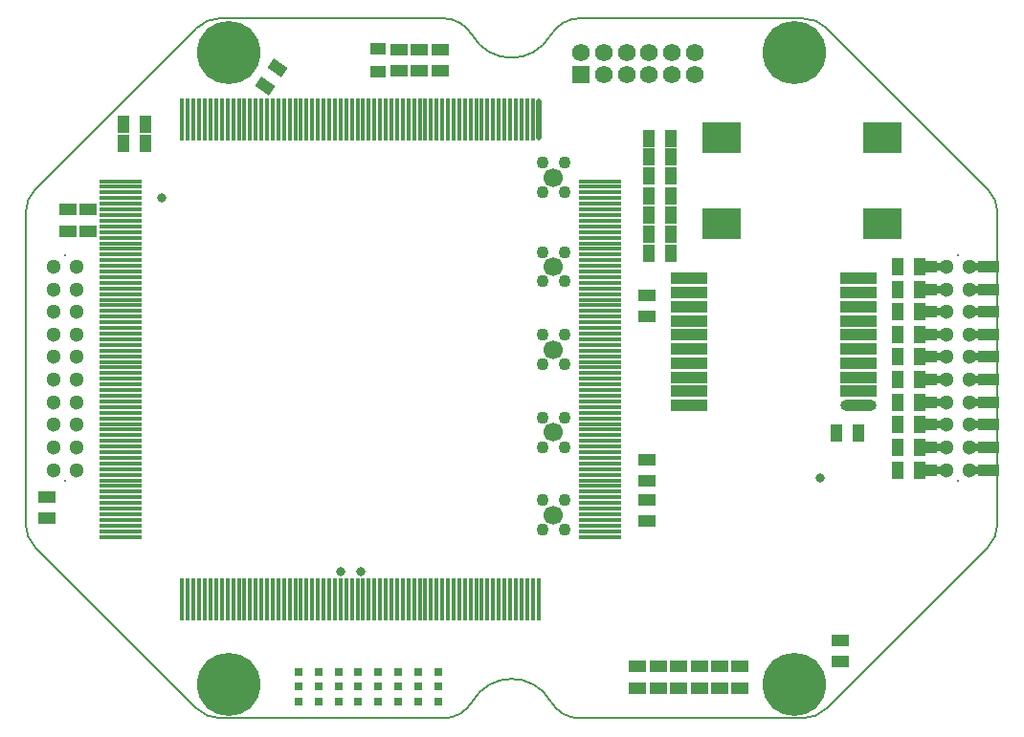
<source format=gts>
G04*
G04 #@! TF.GenerationSoftware,Altium Limited,Altium Designer,22.1.2 (22)*
G04*
G04 Layer_Color=8388736*
%FSAX42Y42*%
%MOMM*%
G71*
G04*
G04 #@! TF.SameCoordinates,E4C0A244-69B5-4938-BB08-EE03E06FC36A*
G04*
G04*
G04 #@! TF.FilePolarity,Negative*
G04*
G01*
G75*
%ADD14C,0.20*%
G04:AMPARAMS|DCode=18|XSize=1mm|YSize=1.5mm|CornerRadius=0mm|HoleSize=0mm|Usage=FLASHONLY|Rotation=235.000|XOffset=0mm|YOffset=0mm|HoleType=Round|Shape=Rectangle|*
%AMROTATEDRECTD18*
4,1,4,-0.33,0.84,0.90,-0.02,0.33,-0.84,-0.90,0.02,-0.33,0.84,0.0*
%
%ADD18ROTATEDRECTD18*%

%ADD19R,3.70X0.45*%
%ADD20R,0.45X3.70*%
%ADD21O,0.45X3.70*%
%ADD22R,1.47X1.09*%
%ADD23R,1.50X1.00*%
%ADD24R,1.00X1.50*%
%ADD25R,1.83X1.02*%
%ADD26R,1.70X0.70*%
%ADD27R,3.40X2.80*%
%ADD28R,3.20X1.00*%
%ADD29O,3.20X1.00*%
%ADD30R,0.80X0.70*%
%ADD31C,1.30*%
%ADD32C,0.20*%
%ADD33C,1.70*%
%ADD34C,1.10*%
%ADD35C,1.57*%
%ADD36R,1.57X1.57*%
%ADD37C,0.80*%
%ADD38C,5.60*%
D14*
X004036Y006060D02*
G03*
X004729Y006060I000346J000200D01*
G01*
Y000160D02*
G03*
X004036Y000160I-000346J-000200D01*
G01*
X008595Y001522D02*
G03*
X008683Y001734I-000212J000212D01*
G01*
Y004486D02*
G03*
X008595Y004698I-000300J-000000D01*
G01*
X007171Y006122D02*
G03*
X006959Y006210I-000212J-000212D01*
G01*
Y000010D02*
G03*
X007171Y000098I-000000J000300D01*
G01*
X004989Y006210D02*
G03*
X004729Y006060I000000J-000300D01*
G01*
Y000160D02*
G03*
X004989Y000010I000260J000150D01*
G01*
X004036Y006060D02*
G03*
X003777Y006210I-000260J-000150D01*
G01*
Y000010D02*
G03*
X004036Y000160I000000J000300D01*
G01*
X001807Y006210D02*
G03*
X001595Y006122I000000J-000300D01*
G01*
Y000098D02*
G03*
X001807Y000010I000212J000212D01*
G01*
X000083Y001734D02*
G03*
X000171Y001522I000300J000000D01*
G01*
Y004698D02*
G03*
X000083Y004486I000212J-000212D01*
G01*
X000171Y001522D02*
X001595Y000098D01*
X000171Y004698D02*
X001595Y006122D01*
X007171Y000098D02*
X008595Y001522D01*
X007171Y006122D02*
X008595Y004698D01*
X004989Y006210D02*
X006959D01*
X004989Y000010D02*
X006959D01*
X001807Y006210D02*
X003777D01*
X001807Y000010D02*
X003777D01*
X008683Y001734D02*
Y004486D01*
X000083Y001734D02*
Y004486D01*
D18*
X002201Y005614D02*
D03*
X002310Y005770D02*
D03*
D19*
X005170Y004767D02*
D03*
Y004717D02*
D03*
Y004667D02*
D03*
Y004617D02*
D03*
Y004567D02*
D03*
Y004517D02*
D03*
Y004467D02*
D03*
Y004417D02*
D03*
Y004367D02*
D03*
Y004317D02*
D03*
Y004267D02*
D03*
Y004217D02*
D03*
Y004167D02*
D03*
Y004117D02*
D03*
Y004067D02*
D03*
Y004017D02*
D03*
Y003967D02*
D03*
Y003917D02*
D03*
Y003867D02*
D03*
Y003817D02*
D03*
Y003767D02*
D03*
Y003717D02*
D03*
Y003667D02*
D03*
Y003617D02*
D03*
Y003567D02*
D03*
Y003517D02*
D03*
Y003467D02*
D03*
Y003417D02*
D03*
Y003367D02*
D03*
Y003317D02*
D03*
Y003267D02*
D03*
Y003217D02*
D03*
Y003167D02*
D03*
Y003117D02*
D03*
Y003067D02*
D03*
Y003017D02*
D03*
Y002967D02*
D03*
Y002917D02*
D03*
Y002867D02*
D03*
Y002817D02*
D03*
Y002767D02*
D03*
Y002717D02*
D03*
Y002667D02*
D03*
Y002617D02*
D03*
Y002567D02*
D03*
Y002517D02*
D03*
Y002467D02*
D03*
Y002417D02*
D03*
Y002367D02*
D03*
Y002317D02*
D03*
Y002267D02*
D03*
Y002217D02*
D03*
Y002167D02*
D03*
Y002117D02*
D03*
Y002067D02*
D03*
Y002017D02*
D03*
Y001967D02*
D03*
Y001917D02*
D03*
Y001867D02*
D03*
Y001817D02*
D03*
Y001767D02*
D03*
Y001717D02*
D03*
Y001667D02*
D03*
Y001617D02*
D03*
X000920D02*
D03*
Y001667D02*
D03*
Y001717D02*
D03*
Y001767D02*
D03*
Y001817D02*
D03*
Y001867D02*
D03*
Y001917D02*
D03*
Y001967D02*
D03*
Y002017D02*
D03*
Y002067D02*
D03*
Y002117D02*
D03*
Y002167D02*
D03*
Y002217D02*
D03*
Y002267D02*
D03*
Y002317D02*
D03*
Y002367D02*
D03*
Y002417D02*
D03*
Y002467D02*
D03*
Y002517D02*
D03*
Y002567D02*
D03*
Y002617D02*
D03*
Y002667D02*
D03*
Y002717D02*
D03*
Y002767D02*
D03*
Y002817D02*
D03*
Y002867D02*
D03*
Y002917D02*
D03*
Y002967D02*
D03*
Y003017D02*
D03*
Y003067D02*
D03*
Y003117D02*
D03*
Y003167D02*
D03*
Y003217D02*
D03*
Y003267D02*
D03*
Y003317D02*
D03*
Y003367D02*
D03*
Y003417D02*
D03*
Y003467D02*
D03*
Y003517D02*
D03*
Y003567D02*
D03*
Y003617D02*
D03*
Y003667D02*
D03*
Y003717D02*
D03*
Y003767D02*
D03*
Y003817D02*
D03*
Y003867D02*
D03*
Y003917D02*
D03*
Y003967D02*
D03*
Y004017D02*
D03*
Y004067D02*
D03*
Y004117D02*
D03*
Y004167D02*
D03*
Y004217D02*
D03*
Y004267D02*
D03*
Y004317D02*
D03*
Y004367D02*
D03*
Y004417D02*
D03*
Y004467D02*
D03*
Y004517D02*
D03*
Y004567D02*
D03*
Y004617D02*
D03*
Y004667D02*
D03*
Y004717D02*
D03*
Y004767D02*
D03*
D20*
X004620Y001067D02*
D03*
X004570D02*
D03*
X004520D02*
D03*
X004470D02*
D03*
X004420D02*
D03*
X004370D02*
D03*
X004320D02*
D03*
X004270D02*
D03*
X004220D02*
D03*
X004170D02*
D03*
X004120D02*
D03*
X004070D02*
D03*
X004020D02*
D03*
X003970D02*
D03*
X003920D02*
D03*
X003870D02*
D03*
X003820D02*
D03*
X003770D02*
D03*
X003720D02*
D03*
X003670D02*
D03*
X003620D02*
D03*
X003570D02*
D03*
X003520D02*
D03*
X003470D02*
D03*
X003420D02*
D03*
X003370D02*
D03*
X003320D02*
D03*
X003270D02*
D03*
X003220D02*
D03*
X003170D02*
D03*
X003120D02*
D03*
X003070D02*
D03*
X003020D02*
D03*
X002970D02*
D03*
X002920D02*
D03*
X002870D02*
D03*
X002820D02*
D03*
X002770D02*
D03*
X002720D02*
D03*
X002670D02*
D03*
X002620D02*
D03*
X002570D02*
D03*
X002520D02*
D03*
X002470D02*
D03*
X002420D02*
D03*
X002370D02*
D03*
X002320D02*
D03*
X002270D02*
D03*
X002220D02*
D03*
X002170D02*
D03*
X002120D02*
D03*
X002070D02*
D03*
X002020D02*
D03*
X001970D02*
D03*
X001920D02*
D03*
X001870D02*
D03*
X001820D02*
D03*
X001770D02*
D03*
X001720D02*
D03*
X001670D02*
D03*
X001620D02*
D03*
X001570D02*
D03*
X001520D02*
D03*
X001470D02*
D03*
Y005317D02*
D03*
X001520D02*
D03*
X001570D02*
D03*
X001620D02*
D03*
X001670D02*
D03*
X001720D02*
D03*
X001770D02*
D03*
X001820D02*
D03*
X001870D02*
D03*
X001920D02*
D03*
X001970D02*
D03*
X002020D02*
D03*
X002070D02*
D03*
X002120D02*
D03*
X002170D02*
D03*
X002220D02*
D03*
X002270D02*
D03*
X002320D02*
D03*
X002370D02*
D03*
X002420D02*
D03*
X002470D02*
D03*
X002520D02*
D03*
X002570D02*
D03*
X002620D02*
D03*
X002670D02*
D03*
X002720D02*
D03*
X002770D02*
D03*
X002820D02*
D03*
X002870D02*
D03*
X002920D02*
D03*
X002970D02*
D03*
X003020D02*
D03*
X003070D02*
D03*
X003120D02*
D03*
X003170D02*
D03*
X003220D02*
D03*
X003270D02*
D03*
X003320D02*
D03*
X003370D02*
D03*
X003420D02*
D03*
X003470D02*
D03*
X003520D02*
D03*
X003570D02*
D03*
X003620D02*
D03*
X003670D02*
D03*
X003720D02*
D03*
X003770D02*
D03*
X003820D02*
D03*
X003870D02*
D03*
X003920D02*
D03*
X003970D02*
D03*
X004020D02*
D03*
X004070D02*
D03*
X004120D02*
D03*
X004170D02*
D03*
X004220D02*
D03*
X004270D02*
D03*
X004320D02*
D03*
X004370D02*
D03*
X004420D02*
D03*
X004470D02*
D03*
X004520D02*
D03*
X004570D02*
D03*
D21*
X004620D02*
D03*
D22*
X003200Y005737D02*
D03*
Y005940D02*
D03*
D23*
X003385Y005935D02*
D03*
Y005746D02*
D03*
X003751D02*
D03*
Y005935D02*
D03*
X003568Y005746D02*
D03*
Y005935D02*
D03*
X000272Y001780D02*
D03*
Y001970D02*
D03*
X005580Y001945D02*
D03*
Y001755D02*
D03*
X000632Y004325D02*
D03*
Y004515D02*
D03*
X005580Y002110D02*
D03*
Y002300D02*
D03*
Y003760D02*
D03*
Y003570D02*
D03*
X000460Y004325D02*
D03*
Y004515D02*
D03*
X007290Y000510D02*
D03*
Y000700D02*
D03*
X005500Y000470D02*
D03*
Y000280D02*
D03*
X005681Y000470D02*
D03*
Y000280D02*
D03*
X006044Y000470D02*
D03*
Y000280D02*
D03*
X006225Y000470D02*
D03*
Y000280D02*
D03*
X006406D02*
D03*
Y000470D02*
D03*
X005862D02*
D03*
Y000280D02*
D03*
D24*
X007800Y003610D02*
D03*
X007990D02*
D03*
X007450Y002540D02*
D03*
X007260D02*
D03*
X007800Y003410D02*
D03*
X007990D02*
D03*
X007800Y002610D02*
D03*
X007990D02*
D03*
X007990Y003810D02*
D03*
X007800D02*
D03*
X007990Y004010D02*
D03*
X007800D02*
D03*
X007800Y002810D02*
D03*
X007990D02*
D03*
X007800Y003210D02*
D03*
X007990D02*
D03*
Y003010D02*
D03*
X007800D02*
D03*
X005600Y005147D02*
D03*
X005790D02*
D03*
X005599Y004980D02*
D03*
X005790D02*
D03*
X000950Y005100D02*
D03*
X001140D02*
D03*
X000950Y005275D02*
D03*
X001140D02*
D03*
X005790Y004300D02*
D03*
X005600D02*
D03*
X005790Y004470D02*
D03*
X005600D02*
D03*
X005790Y004131D02*
D03*
X005600D02*
D03*
Y004810D02*
D03*
X005790D02*
D03*
Y004640D02*
D03*
X005600D02*
D03*
X007990Y002410D02*
D03*
X007800D02*
D03*
Y002210D02*
D03*
X007990D02*
D03*
D25*
X008057Y002610D02*
D03*
Y002210D02*
D03*
Y002410D02*
D03*
Y002810D02*
D03*
Y003610D02*
D03*
Y003210D02*
D03*
Y003010D02*
D03*
Y003410D02*
D03*
Y004010D02*
D03*
Y003810D02*
D03*
X008607D02*
D03*
Y003210D02*
D03*
Y003010D02*
D03*
Y003410D02*
D03*
Y003610D02*
D03*
Y002810D02*
D03*
Y002610D02*
D03*
Y002210D02*
D03*
Y002410D02*
D03*
Y004010D02*
D03*
D26*
X008168Y004010D02*
D03*
Y003810D02*
D03*
Y003610D02*
D03*
Y003410D02*
D03*
Y003210D02*
D03*
Y003010D02*
D03*
Y002810D02*
D03*
Y002610D02*
D03*
Y002410D02*
D03*
X008497Y004010D02*
D03*
Y003810D02*
D03*
Y003610D02*
D03*
Y003410D02*
D03*
Y003210D02*
D03*
Y003010D02*
D03*
Y002810D02*
D03*
Y002610D02*
D03*
Y002410D02*
D03*
Y002210D02*
D03*
X008168D02*
D03*
D27*
X006240Y005150D02*
D03*
Y004388D02*
D03*
X007660Y005152D02*
D03*
Y004390D02*
D03*
D28*
X005950Y003655D02*
D03*
X007450Y003405D02*
D03*
X005950Y003280D02*
D03*
Y002780D02*
D03*
Y003155D02*
D03*
Y002905D02*
D03*
Y003030D02*
D03*
Y003405D02*
D03*
X007450Y002905D02*
D03*
Y003030D02*
D03*
Y003155D02*
D03*
Y003280D02*
D03*
Y003530D02*
D03*
Y003655D02*
D03*
Y003780D02*
D03*
X005950Y003530D02*
D03*
Y003780D02*
D03*
Y003905D02*
D03*
X007450D02*
D03*
D29*
Y002780D02*
D03*
D30*
X003732Y000160D02*
D03*
Y000420D02*
D03*
Y000290D02*
D03*
X003556Y000160D02*
D03*
Y000420D02*
D03*
Y000290D02*
D03*
X003380Y000160D02*
D03*
Y000420D02*
D03*
Y000290D02*
D03*
X003204Y000160D02*
D03*
Y000420D02*
D03*
Y000290D02*
D03*
X003028Y000160D02*
D03*
Y000420D02*
D03*
Y000290D02*
D03*
X002852Y000160D02*
D03*
Y000420D02*
D03*
Y000290D02*
D03*
X002676D02*
D03*
Y000420D02*
D03*
Y000160D02*
D03*
X002500D02*
D03*
Y000420D02*
D03*
Y000290D02*
D03*
D31*
X008232Y002210D02*
D03*
X008432D02*
D03*
X008232Y002410D02*
D03*
X008432D02*
D03*
X008232Y002610D02*
D03*
X008432D02*
D03*
X008232Y002810D02*
D03*
X008432D02*
D03*
Y004010D02*
D03*
X008232D02*
D03*
X008432Y003810D02*
D03*
X008232D02*
D03*
X008432Y003610D02*
D03*
X008232D02*
D03*
X008432Y003410D02*
D03*
X008232D02*
D03*
X008432Y003210D02*
D03*
X008232D02*
D03*
X008432Y003010D02*
D03*
X008232D02*
D03*
X000532Y002210D02*
D03*
X000332D02*
D03*
X000532Y002410D02*
D03*
X000332D02*
D03*
X000532Y002610D02*
D03*
X000332D02*
D03*
X000532Y002810D02*
D03*
X000332D02*
D03*
Y004010D02*
D03*
X000532D02*
D03*
X000332Y003810D02*
D03*
X000532D02*
D03*
X000332Y003610D02*
D03*
X000532D02*
D03*
X000332Y003410D02*
D03*
X000532D02*
D03*
X000332Y003210D02*
D03*
X000532D02*
D03*
X000332Y003010D02*
D03*
X000532D02*
D03*
D32*
X008332Y004110D02*
D03*
Y002110D02*
D03*
X000432Y004110D02*
D03*
Y002110D02*
D03*
D33*
X004755Y001810D02*
D03*
Y002543D02*
D03*
Y003277D02*
D03*
Y004010D02*
D03*
Y004800D02*
D03*
D34*
X004655Y001940D02*
D03*
X004855D02*
D03*
Y001680D02*
D03*
X004655D02*
D03*
Y002413D02*
D03*
X004855D02*
D03*
Y002673D02*
D03*
X004655D02*
D03*
Y003407D02*
D03*
X004855D02*
D03*
Y003147D02*
D03*
X004655D02*
D03*
Y003880D02*
D03*
X004855D02*
D03*
Y004140D02*
D03*
X004655D02*
D03*
Y004670D02*
D03*
X004855D02*
D03*
Y004930D02*
D03*
X004655D02*
D03*
D35*
X005800Y005910D02*
D03*
Y005710D02*
D03*
X005600Y005910D02*
D03*
Y005710D02*
D03*
X005400Y005910D02*
D03*
Y005710D02*
D03*
X005200Y005910D02*
D03*
Y005710D02*
D03*
X005000Y005910D02*
D03*
X006000D02*
D03*
Y005710D02*
D03*
D36*
X005000D02*
D03*
D37*
X001285Y004620D02*
D03*
X007110Y002140D02*
D03*
X002870Y001306D02*
D03*
X003047D02*
D03*
D38*
X006882Y000310D02*
D03*
X001882D02*
D03*
Y005910D02*
D03*
X006882D02*
D03*
M02*

</source>
